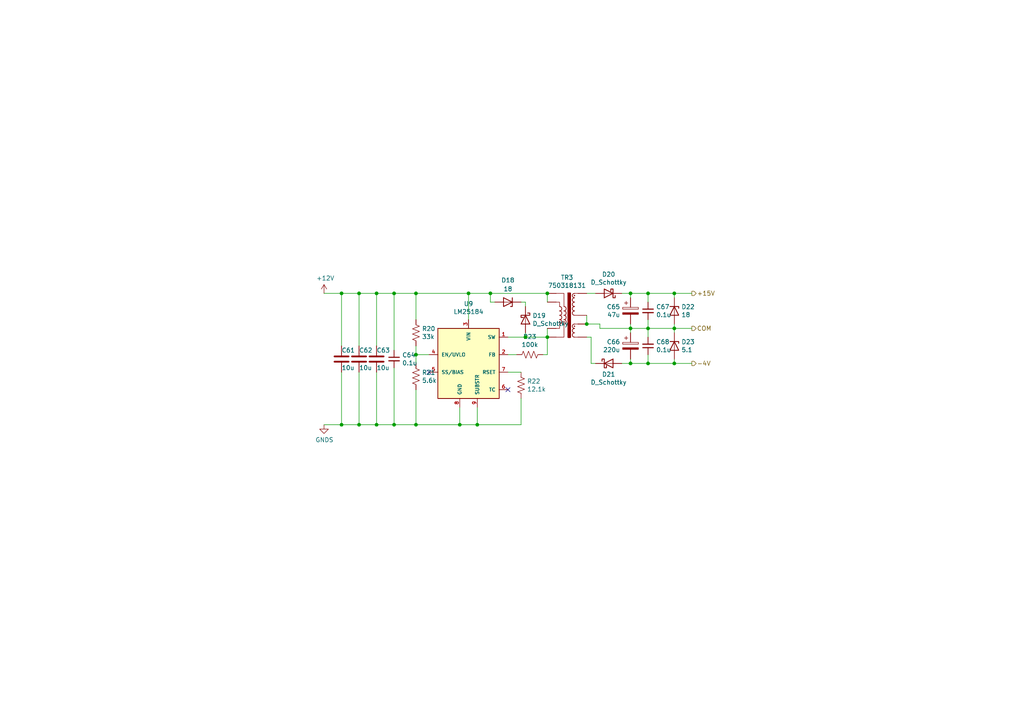
<source format=kicad_sch>
(kicad_sch (version 20211123) (generator eeschema)
  (paper "A4")
  (title_block (title "Gate Drive PSU") (date "2021-11-05") (rev "1.0"))
  (lib_symbols
    (symbol "Device:C" (pin_numbers hide) (pin_names (offset 0.254))
      (property "Reference" "C" (at 0.635 2.54 0))
      (property "Value" "C" (at 0.635 -2.54 0))
      (symbol "C_0_1"
        (polyline (pts (xy -2.032 -0.762) (xy 2.032 -0.762)) (stroke (width 0.508)))
        (polyline (pts (xy -2.032 0.762) (xy 2.032 0.762)) (stroke (width 0.508)))
      )
      (symbol "C_1_1"
        (pin passive line (at 0 3.81 270) (length 2.794) (name "~") (number "1"))
        (pin passive line (at 0 -3.81 90) (length 2.794) (name "~") (number "2"))
      )
    )
    (symbol "Device:C_Polarized" (pin_numbers hide) (pin_names (offset 0.254))
      (property "Reference" "C" (at 0.635 2.54 0))
      (property "Value" "C_Polarized" (at 0.635 -2.54 0))
      (symbol "C_Polarized_0_1"
        (rectangle (start -2.286 0.508) (end 2.286 1.016))
        (polyline (pts (xy -1.778 2.286) (xy -0.762 2.286)))
        (polyline (pts (xy -1.27 2.794) (xy -1.27 1.778)))
        (rectangle (start 2.286 -0.508) (end -2.286 -1.016) (fill (type outline)))
      )
      (symbol "C_Polarized_1_1"
        (pin passive line (at 0 3.81 270) (length 2.794) (name "~") (number "1"))
        (pin passive line (at 0 -3.81 90) (length 2.794) (name "~") (number "2"))
      )
    )
    (symbol "Device:C_Small" (pin_numbers hide) (pin_names (offset 0.254) hide)
      (property "Reference" "C" (at 0.254 1.778 0))
      (property "Value" "C_Small" (at 0.254 -2.032 0))
      (symbol "C_Small_0_1"
        (polyline (pts (xy -1.524 -0.508) (xy 1.524 -0.508)) (stroke (width 0.3302)))
        (polyline (pts (xy -1.524 0.508) (xy 1.524 0.508)) (stroke (width 0.3048)))
      )
      (symbol "C_Small_1_1"
        (pin passive line (at 0 2.54 270) (length 2.032) (name "~") (number "1"))
        (pin passive line (at 0 -2.54 90) (length 2.032) (name "~") (number "2"))
      )
    )
    (symbol "Device:D_Schottky" (pin_numbers hide) (pin_names (offset 1.016) hide)
      (property "Reference" "D" (at 0 2.54 0))
      (property "Value" "D_Schottky" (at 0 -2.54 0))
      (symbol "D_Schottky_0_1"
        (polyline (pts (xy 1.27 0) (xy -1.27 0)))
        (polyline (pts (xy 1.27 1.27) (xy 1.27 -1.27) (xy -1.27 0) (xy 1.27 1.27)) (stroke (width 0.254)))
        (polyline (pts (xy -1.905 0.635) (xy -1.905 1.27) (xy -1.27 1.27) (xy -1.27 -1.27) (xy -0.635 -1.27) (xy -0.635 -0.635)) (stroke (width 0.254)))
      )
      (symbol "D_Schottky_1_1"
        (pin passive line (at -3.81 0 0) (length 2.54) (name "K") (number "1"))
        (pin passive line (at 3.81 0 180) (length 2.54) (name "A") (number "2"))
      )
    )
    (symbol "Device:D_Zener" (pin_numbers hide) (pin_names (offset 1.016) hide)
      (property "Reference" "D" (at 0 2.54 0))
      (property "Value" "D_Zener" (at 0 -2.54 0))
      (symbol "D_Zener_0_1"
        (polyline (pts (xy 1.27 0) (xy -1.27 0)))
        (polyline (pts (xy -1.27 -1.27) (xy -1.27 1.27) (xy -0.762 1.27)) (stroke (width 0.254)))
        (polyline (pts (xy 1.27 -1.27) (xy 1.27 1.27) (xy -1.27 0) (xy 1.27 -1.27)) (stroke (width 0.254)))
      )
      (symbol "D_Zener_1_1"
        (pin passive line (at -3.81 0 0) (length 2.54) (name "K") (number "1"))
        (pin passive line (at 3.81 0 180) (length 2.54) (name "A") (number "2"))
      )
    )
    (symbol "Device:R_US" (pin_numbers hide) (pin_names (offset 0))
      (property "Reference" "R" (at 2.54 0 90))
      (property "Value" "R_US" (at -2.54 0 90))
      (symbol "R_US_0_1"
        (polyline (pts (xy 0 -2.286) (xy 0 -2.54)))
        (polyline (pts (xy 0 2.286) (xy 0 2.54)))
        (polyline (pts (xy 0 -0.762) (xy 1.016 -1.143) (xy 0 -1.524) (xy -1.016 -1.905) (xy 0 -2.286)))
        (polyline (pts (xy 0 0.762) (xy 1.016 0.381) (xy 0 0) (xy -1.016 -0.381) (xy 0 -0.762)))
        (polyline (pts (xy 0 2.286) (xy 1.016 1.905) (xy 0 1.524) (xy -1.016 1.143) (xy 0 0.762)))
      )
      (symbol "R_US_1_1"
        (pin passive line (at 0 3.81 270) (length 1.27) (name "~") (number "1"))
        (pin passive line (at 0 -3.81 90) (length 1.27) (name "~") (number "2"))
      )
    )
    (symbol "VFD:750318131" (pin_numbers hide) (pin_names (offset 0))
      (property "Reference" "TR" (at 0 7.62 0))
      (property "Value" "750318131" (at 0 -7.62 0))
      (symbol "750318131_0_1"
        (circle (center -2.794 -1.905) (radius 0.127) (fill (type outline)))
        (rectangle (start -0.254 6.35) (end 0.254 -6.35) (stroke (width 0.508)) (fill (type outline)))
        (polyline (pts (xy 2.54 -6.35) (xy 1.524 -6.35)))
        (polyline (pts (xy 2.54 -2.54) (xy 1.524 -2.54)))
        (polyline (pts (xy 2.54 0) (xy 1.524 0)))
        (polyline (pts (xy 2.54 6.35) (xy 1.524 6.35)))
        (polyline (pts (xy -3.81 -3.81) (xy -2.794 -3.81) (xy -2.794 -2.54)))
        (polyline (pts (xy -3.81 6.35) (xy -1.524 6.35) (xy -1.524 2.54)))
        (polyline (pts (xy -2.794 2.54) (xy -2.794 3.81) (xy -3.81 3.81)))
        (polyline (pts (xy -1.524 -2.54) (xy -1.524 -6.35) (xy -3.81 -6.35)))
        (arc (start 1.524 6.35) (mid 0.889 5.715) (end 1.524 5.08) (stroke (width 0.2032)))
      )
      (symbol "750318131_1_1"
        (arc (start -2.794 -2.54) (mid -2.159 -1.905) (end -2.794 -1.27) (stroke (width 0.2032)))
        (arc (start -2.794 -1.27) (mid -2.159 -0.635) (end -2.794 0) (stroke (width 0.2032)))
        (arc (start -2.794 0) (mid -2.159 0.635) (end -2.794 1.27) (stroke (width 0.2032)))
        (arc (start -2.794 1.27) (mid -2.159 1.905) (end -2.794 2.54) (stroke (width 0.2032)))
        (arc (start -1.524 -2.54) (mid -0.889 -1.905) (end -1.524 -1.27) (stroke (width 0.2032)))
        (circle (center -1.524 -1.905) (radius 0.127) (fill (type outline)))
        (arc (start -1.524 -1.27) (mid -0.889 -0.635) (end -1.524 0) (stroke (width 0.2032)))
        (arc (start -1.524 0) (mid -0.889 0.635) (end -1.524 1.27) (stroke (width 0.2032)))
        (arc (start -1.524 1.27) (mid -0.889 1.905) (end -1.524 2.54) (stroke (width 0.2032)))
        (arc (start 1.524 -5.08) (mid 0.889 -5.715) (end 1.524 -6.35) (stroke (width 0.2032)))
        (arc (start 1.524 -3.81) (mid 0.889 -4.445) (end 1.524 -5.08) (stroke (width 0.2032)))
        (circle (center 1.524 -3.175) (radius 0.127) (fill (type outline)))
        (arc (start 1.524 -2.54) (mid 0.889 -3.175) (end 1.524 -3.81) (stroke (width 0.2032)))
        (arc (start 1.524 1.27) (mid 0.889 0.635) (end 1.524 0) (stroke (width 0.2032)))
        (arc (start 1.524 2.54) (mid 0.889 1.905) (end 1.524 1.27) (stroke (width 0.2032)))
        (arc (start 1.524 3.81) (mid 0.889 3.175) (end 1.524 2.54) (stroke (width 0.2032)))
        (arc (start 1.524 5.08) (mid 0.889 4.445) (end 1.524 3.81) (stroke (width 0.2032)))
        (circle (center 1.524 5.715) (radius 0.127) (fill (type outline)))
        (pin passive line (at -6.35 -6.35 0) (length 2.54) (name "~") (number "1"))
        (pin passive line (at -6.35 -3.81 0) (length 2.54) (name "~") (number "2"))
        (pin passive line (at -6.35 6.35 0) (length 2.54) (name "~") (number "3"))
        (pin passive line (at -6.35 3.81 0) (length 2.54) (name "~") (number "4"))
        (pin passive line (at 5.08 -6.35 180) (length 2.54) (name "~") (number "5"))
        (pin passive line (at 5.08 0 180) (length 2.54) (name "~") (number "6"))
        (pin passive line (at 5.08 -2.54 180) (length 2.54) (name "~") (number "7"))
        (pin passive line (at 5.08 6.35 180) (length 2.54) (name "~") (number "8"))
      )
    )
    (symbol "VFD:LM25184" (pin_names (offset 1.016))
      (property "Reference" "U" (at 3.81 -12.065 0))
      (property "Value" "LM25184" (at 1.27 10.795 0))
      (symbol "LM25184_0_0"
        (rectangle (start -8.89 -10.16) (end 8.89 10.16) (stroke (width 0.254)) (fill (type background)))
        (pin output line (at 11.43 7.62 180) (length 2.54) (name "SW") (number "1"))
        (pin input line (at 11.43 2.54 180) (length 2.54) (name "FB") (number "2"))
        (pin input line (at 0 12.7 270) (length 2.54) (name "VIN") (number "3"))
        (pin input line (at -11.43 2.54 0) (length 2.54) (name "EN/UVLO") (number "4"))
        (pin input line (at -11.43 -2.54 0) (length 2.54) (name "SS/BIAS") (number "5"))
        (pin passive line (at 11.43 -7.62 180) (length 2.54) (name "TC") (number "6"))
        (pin passive line (at 11.43 -2.54 180) (length 2.54) (name "RSET") (number "7"))
        (pin power_in line (at -2.54 -12.7 90) (length 2.54) (name "GND") (number "8"))
        (pin power_in line (at 2.54 -12.7 90) (length 2.54) (name "SUBSTR") (number "9"))
      )
    )
    (symbol "power:+12V" (power) (pin_names (offset 0))
      (property "Value" "+12V" (at 0 3.556 0))
      (symbol "+12V_0_1"
        (polyline (pts (xy -0.762 1.27) (xy 0 2.54)))
        (polyline (pts (xy 0 0) (xy 0 2.54)))
        (polyline (pts (xy 0 2.54) (xy 0.762 1.27)))
      )
      (symbol "+12V_1_1"
        (pin power_in line (at 0 0 90) (length 0) hide (name "+12V") (number "1"))
      )
    )
    (symbol "power:GNDS" (power) (pin_names (offset 0))
      (property "Value" "GNDS" (at 0 -3.81 0))
      (symbol "GNDS_0_1"
        (polyline (pts (xy 0 0) (xy 0 -1.27) (xy 1.27 -1.27) (xy 0 -2.54) (xy -1.27 -1.27) (xy 0 -1.27)))
      )
      (symbol "GNDS_1_1"
        (pin power_in line (at 0 0 270) (length 0) hide (name "GNDS") (number "1"))
      )
    )
  )
  (junction (at 104.14 123.19))
  (junction (at 133.35 123.19))
  (junction (at 182.88 95.25))
  (junction (at 114.3 123.19))
  (junction (at 187.96 95.25))
  (junction (at 195.58 105.41))
  (junction (at 114.3 85.09))
  (junction (at 120.65 123.19))
  (junction (at 99.06 123.19))
  (junction (at 138.43 123.19))
  (junction (at 142.24 85.09))
  (junction (at 109.22 123.19))
  (junction (at 99.06 85.09))
  (junction (at 195.58 95.25))
  (junction (at 104.14 85.09))
  (junction (at 182.88 85.09))
  (junction (at 182.88 105.41))
  (junction (at 120.65 85.09))
  (junction (at 158.75 97.79))
  (junction (at 135.89 85.09))
  (junction (at 120.65 102.87))
  (junction (at 158.75 85.09))
  (junction (at 170.18 93.98))
  (junction (at 109.22 85.09))
  (junction (at 187.96 85.09))
  (junction (at 187.96 105.41))
  (junction (at 195.58 85.09))
  (junction (at 152.4 97.79))
  (no_connect (at 147.32 113.03))
  (no_connect (at 124.46 107.95))
  (wire (pts (xy 182.88 86.36) (xy 182.88 85.09)))
  (wire (pts (xy 109.22 85.09) (xy 114.3 85.09)))
  (wire (pts (xy 195.58 104.14) (xy 195.58 105.41)))
  (wire (pts (xy 171.45 105.41) (xy 172.72 105.41)))
  (wire (pts (xy 195.58 95.25) (xy 195.58 96.52)))
  (wire (pts (xy 142.24 85.09) (xy 135.89 85.09)))
  (wire (pts (xy 142.24 85.09) (xy 158.75 85.09)))
  (wire (pts (xy 143.51 87.63) (xy 142.24 87.63)))
  (wire (pts (xy 109.22 100.33) (xy 109.22 85.09)))
  (wire (pts (xy 182.88 95.25) (xy 182.88 96.52)))
  (wire (pts (xy 120.65 123.19) (xy 133.35 123.19)))
  (wire (pts (xy 151.13 123.19) (xy 151.13 115.57)))
  (wire (pts (xy 158.75 97.79) (xy 152.4 97.79)))
  (wire (pts (xy 182.88 104.14) (xy 182.88 105.41)))
  (wire (pts (xy 147.32 107.95) (xy 151.13 107.95)))
  (wire (pts (xy 133.35 123.19) (xy 138.43 123.19)))
  (wire (pts (xy 187.96 97.79) (xy 187.96 95.25)))
  (wire (pts (xy 158.75 97.79) (xy 158.75 102.87)))
  (wire (pts (xy 170.18 91.44) (xy 170.18 93.98)))
  (wire (pts (xy 173.99 93.98) (xy 173.99 95.25)))
  (wire (pts (xy 157.48 102.87) (xy 158.75 102.87)))
  (wire (pts (xy 114.3 123.19) (xy 120.65 123.19)))
  (wire (pts (xy 93.98 123.19) (xy 99.06 123.19)))
  (wire (pts (xy 133.35 123.19) (xy 133.35 118.11)))
  (wire (pts (xy 152.4 97.79) (xy 147.32 97.79)))
  (wire (pts (xy 120.65 85.09) (xy 135.89 85.09)))
  (wire (pts (xy 99.06 85.09) (xy 104.14 85.09)))
  (wire (pts (xy 187.96 92.71) (xy 187.96 95.25)))
  (wire (pts (xy 187.96 102.87) (xy 187.96 105.41)))
  (wire (pts (xy 187.96 87.63) (xy 187.96 85.09)))
  (wire (pts (xy 120.65 105.41) (xy 120.65 102.87)))
  (wire (pts (xy 152.4 88.9) (xy 152.4 87.63)))
  (wire (pts (xy 142.24 87.63) (xy 142.24 85.09)))
  (wire (pts (xy 138.43 123.19) (xy 138.43 118.11)))
  (wire (pts (xy 195.58 95.25) (xy 187.96 95.25)))
  (wire (pts (xy 99.06 85.09) (xy 99.06 100.33)))
  (wire (pts (xy 109.22 123.19) (xy 114.3 123.19)))
  (wire (pts (xy 173.99 95.25) (xy 182.88 95.25)))
  (wire (pts (xy 138.43 123.19) (xy 151.13 123.19)))
  (wire (pts (xy 195.58 85.09) (xy 200.66 85.09)))
  (wire (pts (xy 195.58 93.98) (xy 195.58 95.25)))
  (wire (pts (xy 182.88 105.41) (xy 187.96 105.41)))
  (wire (pts (xy 170.18 97.79) (xy 171.45 97.79)))
  (wire (pts (xy 124.46 102.87) (xy 120.65 102.87)))
  (wire (pts (xy 114.3 85.09) (xy 114.3 101.6)))
  (wire (pts (xy 120.65 92.71) (xy 120.65 85.09)))
  (wire (pts (xy 187.96 95.25) (xy 182.88 95.25)))
  (wire (pts (xy 187.96 85.09) (xy 195.58 85.09)))
  (wire (pts (xy 152.4 87.63) (xy 151.13 87.63)))
  (wire (pts (xy 158.75 95.25) (xy 158.75 97.79)))
  (wire (pts (xy 93.98 85.09) (xy 99.06 85.09)))
  (wire (pts (xy 152.4 96.52) (xy 152.4 97.79)))
  (wire (pts (xy 187.96 105.41) (xy 195.58 105.41)))
  (wire (pts (xy 104.14 100.33) (xy 104.14 85.09)))
  (wire (pts (xy 172.72 85.09) (xy 170.18 85.09)))
  (wire (pts (xy 195.58 86.36) (xy 195.58 85.09)))
  (wire (pts (xy 182.88 85.09) (xy 187.96 85.09)))
  (wire (pts (xy 200.66 95.25) (xy 195.58 95.25)))
  (wire (pts (xy 135.89 85.09) (xy 135.89 92.71)))
  (wire (pts (xy 182.88 105.41) (xy 180.34 105.41)))
  (wire (pts (xy 170.18 93.98) (xy 173.99 93.98)))
  (wire (pts (xy 120.65 113.03) (xy 120.65 123.19)))
  (wire (pts (xy 195.58 105.41) (xy 200.66 105.41)))
  (wire (pts (xy 182.88 85.09) (xy 180.34 85.09)))
  (wire (pts (xy 99.06 107.95) (xy 99.06 123.19)))
  (wire (pts (xy 147.32 102.87) (xy 149.86 102.87)))
  (wire (pts (xy 182.88 95.25) (xy 182.88 93.98)))
  (wire (pts (xy 171.45 97.79) (xy 171.45 105.41)))
  (wire (pts (xy 114.3 106.68) (xy 114.3 123.19)))
  (wire (pts (xy 104.14 85.09) (xy 109.22 85.09)))
  (wire (pts (xy 109.22 107.95) (xy 109.22 123.19)))
  (wire (pts (xy 104.14 107.95) (xy 104.14 123.19)))
  (wire (pts (xy 104.14 123.19) (xy 109.22 123.19)))
  (wire (pts (xy 158.75 87.63) (xy 158.75 85.09)))
  (wire (pts (xy 114.3 85.09) (xy 120.65 85.09)))
  (wire (pts (xy 120.65 102.87) (xy 120.65 100.33)))
  (wire (pts (xy 99.06 123.19) (xy 104.14 123.19)))
  (hierarchical_label "-4V" (shape output) (at 200.66 105.41 0))
  (hierarchical_label "COM" (shape output) (at 200.66 95.25 0))
  (hierarchical_label "+15V" (shape output) (at 200.66 85.09 0))
  (symbol (lib_id "VFD:LM25184") (at 135.89 105.41 0) (unit 1)
    (property "Reference" "U9" (at 135.89 88.1126 0))
    (property "Value" "LM25184" (at 135.89 90.424 0))
    (property "Footprint" "Package_SON:HVSON-8-1EP_4x4mm_P0.8mm_EP2.2x3.1mm" (effects hide))
    (property "MPN" "LM25184NGUR" (effects hide))
  )
  (symbol (lib_id "Device:R_US") (at 153.67 102.87 270) (unit 1)
    (property "Reference" "R23" (at 153.67 97.663 90))
    (property "Value" "100k" (at 153.67 99.9744 90))
    (property "Footprint" "Resistor_SMD:R_0805_2012Metric" (effects hide))
    (property "LCSC" "C103905" (effects hide))
    (property "MPN" "CRCW0805100KFKEAC" (effects hide))
  )
  (symbol (lib_id "Device:D_Schottky") (at 152.4 92.71 270) (unit 1)
    (property "Reference" "D19" (at 154.432 91.5416 90) (effects (justify left)))
    (property "Value" "D_Schottky" (at 154.432 93.853 90) (effects (justify left)))
    (property "Footprint" "Diode_SMD:D_SOD-128" (effects hide))
    (property "LCSC" "C456127" (effects hide))
    (property "MPN" "PMEG6030EP,115" (effects hide))
  )
  (symbol (lib_id "Device:D_Zener") (at 147.32 87.63 180) (unit 1)
    (property "Reference" "D18" (at 147.32 81.28 0))
    (property "Value" "18" (at 147.32 83.82 0))
    (property "Footprint" "Diode_SMD:D_SMB" (effects hide))
    (property "LCSC" "C235774" (effects hide))
    (property "MPN" "SZ1SMB5931BT3G" (effects hide))
  )
  (symbol (lib_id "Device:R_US") (at 151.13 111.76 0) (unit 1)
    (property "Reference" "R22" (at 152.8572 110.5916 0) (effects (justify left)))
    (property "Value" "12.1k" (at 152.8572 112.903 0) (effects (justify left)))
    (property "Footprint" "Resistor_SMD:R_0805_2012Metric" (effects hide))
    (property "LCSC" "C273811" (effects hide))
    (property "MPN" "RC0805FR-0712K1L" (effects hide))
  )
  (symbol (lib_id "VFD:750318131") (at 165.1 91.44 0) (unit 1)
    (property "Reference" "TR3" (at 164.465 80.4926 0))
    (property "Value" "750318131" (at 164.465 82.804 0))
    (property "Footprint" "VFD:WE-AGDT_EP7" (effects hide))
    (property "MPN" "750318131" (effects hide))
  )
  (symbol (lib_id "Device:C") (at 109.22 104.14 0) (unit 1)
    (property "Reference" "C63" (at 109.22 101.6 0) (effects (justify left)))
    (property "Value" "10u" (at 109.22 106.68 0) (effects (justify left)))
    (property "Footprint" "Capacitor_SMD:C_1210_3225Metric" (effects hide))
    (property "LCSC" "C77102" (effects hide))
    (property "MPN" "CL32B106KBJZW6E" (effects hide))
  )
  (symbol (lib_id "Device:C") (at 104.14 104.14 0) (unit 1)
    (property "Reference" "C62" (at 104.14 101.6 0) (effects (justify left)))
    (property "Value" "10u" (at 104.14 106.68 0) (effects (justify left)))
    (property "Footprint" "Capacitor_SMD:C_1210_3225Metric" (effects hide))
    (property "LCSC" "C77102" (effects hide))
    (property "MPN" "CL32B106KBJZW6E" (effects hide))
  )
  (symbol (lib_id "Device:C") (at 99.06 104.14 0) (unit 1)
    (property "Reference" "C61" (at 99.06 101.6 0) (effects (justify left)))
    (property "Value" "10u" (at 99.06 106.68 0) (effects (justify left)))
    (property "Footprint" "Capacitor_SMD:C_1210_3225Metric" (effects hide))
    (property "LCSC" "C77102" (effects hide))
    (property "MPN" "CL32B106KBJZW6E" (effects hide))
  )
  (symbol (lib_id "Device:C_Small") (at 114.3 104.14 0) (unit 1)
    (property "Reference" "C64" (at 116.6368 102.9716 0) (effects (justify left)))
    (property "Value" "0.1u" (at 116.6368 105.283 0) (effects (justify left)))
    (property "Footprint" "Capacitor_SMD:C_0603_1608Metric" (effects hide))
    (property "LCSC" "C24452" (effects hide))
    (property "MPN" "CL10B104JB8NNNC" (effects hide))
  )
  (symbol (lib_id "Device:R_US") (at 120.65 96.52 0) (unit 1)
    (property "Reference" "R20" (at 122.3772 95.3516 0) (effects (justify left)))
    (property "Value" "33k" (at 122.3772 97.663 0) (effects (justify left)))
    (property "Footprint" "Resistor_SMD:R_0805_2012Metric" (effects hide))
    (property "LCSC" "C104229" (effects hide))
    (property "MPN" "CRCW080533K0FKEBC" (effects hide))
  )
  (symbol (lib_id "Device:R_US") (at 120.65 109.22 0) (unit 1)
    (property "Reference" "R21" (at 122.3772 108.0516 0) (effects (justify left)))
    (property "Value" "5.6k" (at 122.3772 110.363 0) (effects (justify left)))
    (property "Footprint" "Resistor_SMD:R_0805_2012Metric" (effects hide))
    (property "LCSC" "C114538" (effects hide))
    (property "MPN" "CRCW08055K60FKEA" (effects hide))
  )
  (symbol (lib_id "Device:C_Polarized") (at 182.88 90.17 0) (unit 1)
    (property "Reference" "C65" (at 179.8828 89.0016 0) (effects (justify right)))
    (property "Value" "47u" (at 179.8828 91.313 0) (effects (justify right)))
    (property "Footprint" "Capacitor_SMD:CP_Elec_6.3x5.9" (effects hide))
    (property "LCSC" "C136280" (effects hide))
    (property "MPN" "25SVPF47M" (effects hide))
  )
  (symbol (lib_id "Device:C_Polarized") (at 182.88 100.33 0) (unit 1)
    (property "Reference" "C66" (at 179.8828 99.1616 0) (effects (justify right)))
    (property "Value" "220u" (at 179.8828 101.473 0) (effects (justify right)))
    (property "Footprint" "Capacitor_SMD:CP_Elec_6.3x5.9" (effects hide))
    (property "LCSC" "C165949" (effects hide))
    (property "MPN" "10SVPE220M" (effects hide))
  )
  (symbol (lib_id "Device:D_Schottky") (at 176.53 85.09 180) (unit 1)
    (property "Reference" "D20" (at 176.53 79.5782 0))
    (property "Value" "D_Schottky" (at 176.53 81.8896 0))
    (property "Footprint" "Diode_SMD:D_SOD-128" (effects hide))
    (property "MPN" "PMEG6030EP,115" (effects hide))
    (property "LCSC" "C456127" (effects hide))
  )
  (symbol (lib_id "Device:D_Schottky") (at 176.53 105.41 0) (unit 1)
    (property "Reference" "D21" (at 176.53 108.585 0))
    (property "Value" "D_Schottky" (at 176.53 110.8964 0))
    (property "Footprint" "Diode_SMD:D_SOD-128" (effects hide))
    (property "LCSC" "C456127" (effects hide))
    (property "MPN" "PMEG6030EP,115" (effects hide))
  )
  (symbol (lib_id "Device:D_Zener") (at 195.58 90.17 270) (unit 1)
    (property "Reference" "D22" (at 197.612 89.0016 90) (effects (justify left)))
    (property "Value" "18" (at 197.612 91.313 90) (effects (justify left)))
    (property "Footprint" "Diode_SMD:D_SMA" (effects hide))
    (property "LCSC" "C110525" (effects hide))
    (property "MPN" "SMAZ18-13-F" (effects hide))
  )
  (symbol (lib_id "Device:D_Zener") (at 195.58 100.33 270) (unit 1)
    (property "Reference" "D23" (at 197.612 99.1616 90) (effects (justify left)))
    (property "Value" "5.1" (at 197.612 101.473 90) (effects (justify left)))
    (property "Footprint" "Diode_SMD:D_SMA" (effects hide))
    (property "LCSC" "C173487" (effects hide))
    (property "MPN" "3SMAJ5918B-TP" (effects hide))
  )
  (symbol (lib_id "Device:C_Small") (at 187.96 90.17 0) (unit 1)
    (property "Reference" "C67" (at 190.2968 89.0016 0) (effects (justify left)))
    (property "Value" "0.1u" (at 190.2968 91.313 0) (effects (justify left)))
    (property "Footprint" "Capacitor_SMD:C_0603_1608Metric" (effects hide))
    (property "LCSC" "C24452" (effects hide))
    (property "MPN" "CL10B104JB8NNNC" (effects hide))
  )
  (symbol (lib_id "Device:C_Small") (at 187.96 100.33 180) (unit 1)
    (property "Reference" "C68" (at 190.2968 99.1616 0) (effects (justify right)))
    (property "Value" "0.1u" (at 190.2968 101.473 0) (effects (justify right)))
    (property "Footprint" "Capacitor_SMD:C_0603_1608Metric" (effects hide))
    (property "LCSC" "C24452" (effects hide))
    (property "MPN" "CL10B104JB8NNNC" (effects hide))
  )
  (symbol (lib_id "power:+12V") (at 93.98 85.09 0) (unit 1)
    (property "Reference" "#PWR026" (effects hide))
    (property "Value" "+12V" (at 94.361 80.6958 0))
  )
  (symbol (lib_id "power:GNDS") (at 93.98 123.19 0) (unit 1)
    (property "Reference" "#PWR027" (effects hide))
    (property "Value" "GNDS" (at 94.107 127.5842 0))
  )
)
</source>
